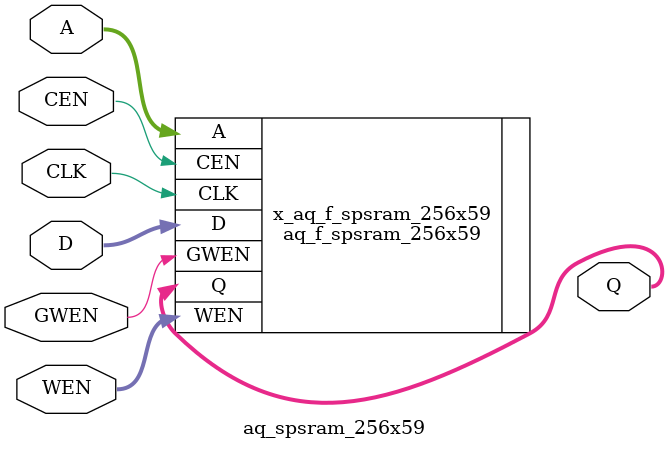
<source format=v>
/*Copyright 2020-2021 T-Head Semiconductor Co., Ltd.

Licensed under the Apache License, Version 2.0 (the "License");
you may not use this file except in compliance with the License.
You may obtain a copy of the License at

    http://www.apache.org/licenses/LICENSE-2.0

Unless required by applicable law or agreed to in writing, software
distributed under the License is distributed on an "AS IS" BASIS,
WITHOUT WARRANTIES OR CONDITIONS OF ANY KIND, either express or implied.
See the License for the specific language governing permissions and
limitations under the License.
*/

// &ModuleBeg; @22
module aq_spsram_256x59(
  A,
  CEN,
  CLK,
  D,
  GWEN,
  Q,
  WEN
);

// &Ports; @23
input   [7 :0]  A;   
input           CEN; 
input           CLK; 
input   [58:0]  D;   
input           GWEN; 
input   [58:0]  WEN; 
output  [58:0]  Q;   

// &Regs; @24

// &Wires; @25
wire    [7 :0]  A;   
wire            CEN; 
wire            CLK; 
wire    [58:0]  D;   
wire            GWEN; 
wire    [58:0]  Q;   
wire    [58:0]  WEN; 


//**********************************************************
//                  Parameter Definition
//**********************************************************
parameter ADDR_WIDTH = 8;
parameter DATA_WIDTH = 59;
parameter WE_WIDTH   = 59;

// &Force("bus","Q",DATA_WIDTH-1,0); @34
// &Force("bus","WEN",WE_WIDTH-1,0); @35
// &Force("bus","A",ADDR_WIDTH-1,0); @36
// &Force("bus","D",DATA_WIDTH-1,0); @37

  //********************************************************
  //*                        FPGA memory                   *
  //********************************************************
//   &Instance("aq_f_spsram_256x59"); @43
aq_f_spsram_256x59  x_aq_f_spsram_256x59 (
  .A    (A   ),
  .CEN  (CEN ),
  .CLK  (CLK ),
  .D    (D   ),
  .GWEN (GWEN),
  .Q    (Q   ),
  .WEN  (WEN )
);

//   &Instance("aq_tsmc_spsram_256x59"); @49
//   &Instance("aq_umc_spsram_256x59"); @61

// &ModuleEnd; @65
endmodule



</source>
